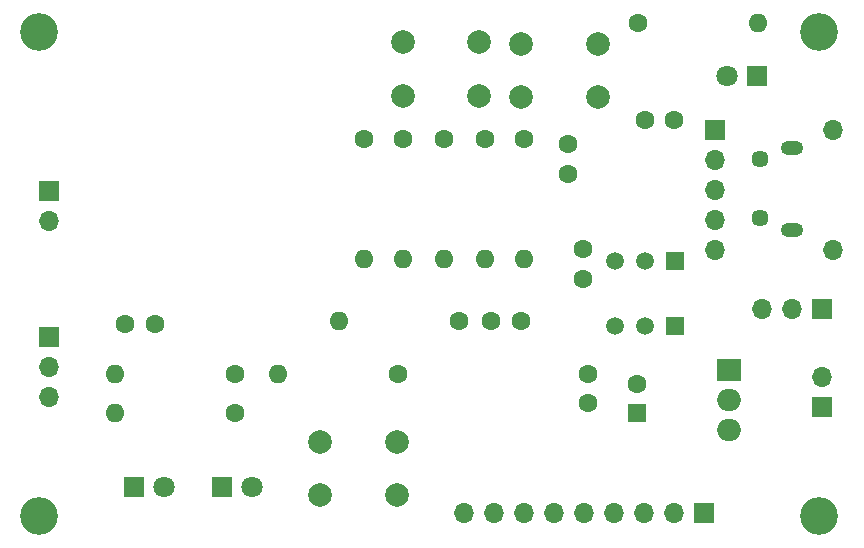
<source format=gbs>
G04 #@! TF.GenerationSoftware,KiCad,Pcbnew,9.0.0*
G04 #@! TF.CreationDate,2025-05-08T21:16:48+09:00*
G04 #@! TF.ProjectId,ColorTimer-ESP12F,436f6c6f-7254-4696-9d65-722d45535031,rev?*
G04 #@! TF.SameCoordinates,Original*
G04 #@! TF.FileFunction,Soldermask,Bot*
G04 #@! TF.FilePolarity,Negative*
%FSLAX46Y46*%
G04 Gerber Fmt 4.6, Leading zero omitted, Abs format (unit mm)*
G04 Created by KiCad (PCBNEW 9.0.0) date 2025-05-08 21:16:48*
%MOMM*%
%LPD*%
G01*
G04 APERTURE LIST*
%ADD10C,3.200000*%
%ADD11C,1.600000*%
%ADD12O,1.600000X1.600000*%
%ADD13R,1.800000X1.800000*%
%ADD14C,1.800000*%
%ADD15R,1.700000X1.700000*%
%ADD16O,1.700000X1.700000*%
%ADD17R,1.600000X1.600000*%
%ADD18R,2.000000X1.905000*%
%ADD19O,2.000000X1.905000*%
%ADD20O,1.900000X1.200000*%
%ADD21C,1.450000*%
%ADD22C,2.000000*%
%ADD23R,1.500000X1.500000*%
%ADD24C,1.500000*%
G04 APERTURE END LIST*
D10*
X164000000Y-43000000D03*
D11*
X128330000Y-72000000D03*
D12*
X118170000Y-72000000D03*
D13*
X158770000Y-46750000D03*
D14*
X156230000Y-46750000D03*
D15*
X164250000Y-66500000D03*
D16*
X161710000Y-66500000D03*
X159170000Y-66500000D03*
D11*
X144400000Y-71950000D03*
X144400000Y-74450000D03*
D17*
X148600000Y-75305100D03*
D11*
X148600000Y-72805100D03*
D10*
X98000000Y-84000000D03*
D11*
X132250000Y-52090000D03*
D12*
X132250000Y-62250000D03*
D18*
X156400000Y-71600000D03*
D19*
X156400000Y-74140000D03*
X156400000Y-76680000D03*
D11*
X125500000Y-52090000D03*
D12*
X125500000Y-62250000D03*
D11*
X148670000Y-42250000D03*
D12*
X158830000Y-42250000D03*
D15*
X154280000Y-83750000D03*
D16*
X151740000Y-83750000D03*
X149200000Y-83750000D03*
X146660000Y-83750000D03*
X144120000Y-83750000D03*
X141580000Y-83750000D03*
X139040000Y-83750000D03*
X136500000Y-83750000D03*
X133960000Y-83750000D03*
D13*
X113480000Y-81540000D03*
D14*
X116020000Y-81540000D03*
D11*
X114580000Y-72000000D03*
D12*
X104420000Y-72000000D03*
D11*
X133500000Y-67500000D03*
D12*
X123340000Y-67500000D03*
D20*
X161700000Y-59800000D03*
D21*
X159000000Y-58800000D03*
X159000000Y-53800000D03*
D20*
X161700000Y-52800000D03*
D15*
X164275000Y-74750000D03*
D16*
X164275000Y-72210000D03*
D13*
X106000000Y-81540000D03*
D14*
X108540000Y-81540000D03*
D22*
X145250000Y-48500000D03*
X138750000Y-48500000D03*
X145250000Y-44000000D03*
X138750000Y-44000000D03*
D11*
X128750000Y-52090000D03*
D12*
X128750000Y-62250000D03*
D11*
X105250000Y-67750000D03*
X107750000Y-67750000D03*
D15*
X155190000Y-51300000D03*
D16*
X155190000Y-53840000D03*
X155190000Y-56380000D03*
X155190000Y-58920000D03*
X155190000Y-61460000D03*
X165200000Y-51300000D03*
X165200000Y-61460000D03*
D11*
X136250000Y-67500000D03*
X138750000Y-67500000D03*
D23*
X151790000Y-67890000D03*
D24*
X149250000Y-67890000D03*
X146710000Y-67890000D03*
D11*
X114580000Y-75250000D03*
D12*
X104420000Y-75250000D03*
D22*
X121750000Y-77750000D03*
X128250000Y-77750000D03*
X121750000Y-82250000D03*
X128250000Y-82250000D03*
D11*
X142750000Y-55000000D03*
X142750000Y-52500000D03*
D10*
X164000000Y-84000000D03*
D23*
X151790000Y-62390000D03*
D24*
X149250000Y-62390000D03*
X146710000Y-62390000D03*
D22*
X135250000Y-48400000D03*
X128750000Y-48400000D03*
X135250000Y-43900000D03*
X128750000Y-43900000D03*
D11*
X139000000Y-52090000D03*
D12*
X139000000Y-62250000D03*
D11*
X135750000Y-52090000D03*
D12*
X135750000Y-62250000D03*
D11*
X144040000Y-61390000D03*
X144040000Y-63890000D03*
D10*
X98000000Y-43000000D03*
D15*
X98840000Y-68820000D03*
D16*
X98840000Y-71360000D03*
X98840000Y-73900000D03*
D15*
X98840000Y-56460000D03*
D16*
X98840000Y-59000000D03*
D11*
X151750000Y-50500000D03*
X149250000Y-50500000D03*
M02*

</source>
